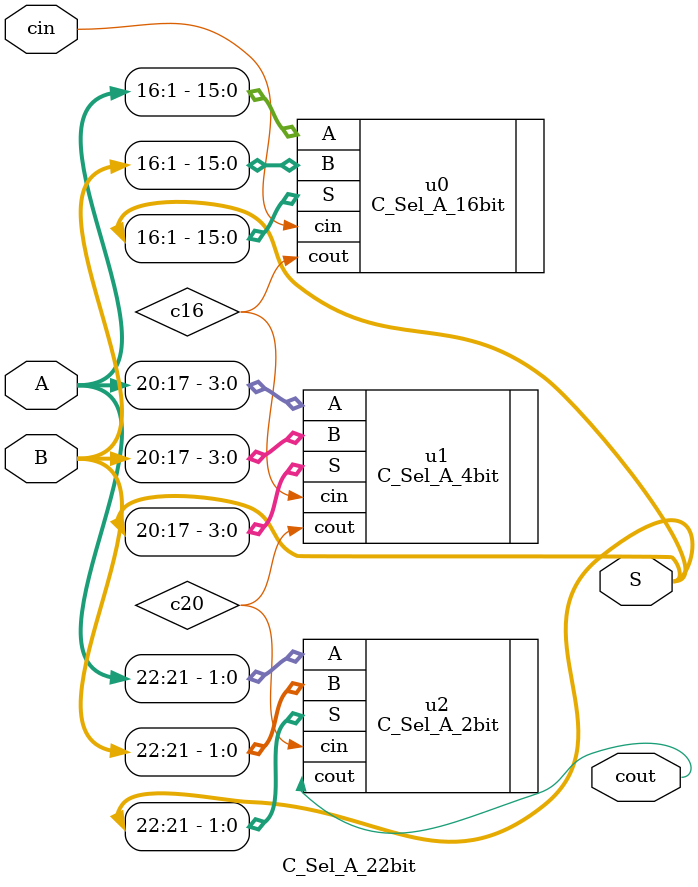
<source format=v>
module C_Sel_A_22bit #(
    parameter width=22
)(
    input wire [width:1] A,
    input wire [width:1] B,
    input wire cin,
    output wire [width:1] S,
    output wire cout
);

    wire c16;
    wire c20;

    C_Sel_A_16bit #(.width(16)) u0 (
        .A(A[16:1]),
        .B(B[16:1]),
        .cin(cin),
        .S(S[16:1]),
        .cout(c16)
    );
    C_Sel_A_4bit #(.width(4)) u1 (
        .A(A[20:17]),
        .B(B[20:17]),
        .cin(c16),
        .S(S[20:17]),
        .cout(c20)
    );
    C_Sel_A_2bit #(.width(2)) u2 (
        .A(A[22:21]),
        .B(B[22:21]),
        .cin(c20),
        .S(S[22:21]),
        .cout(cout)
    );

endmodule

</source>
